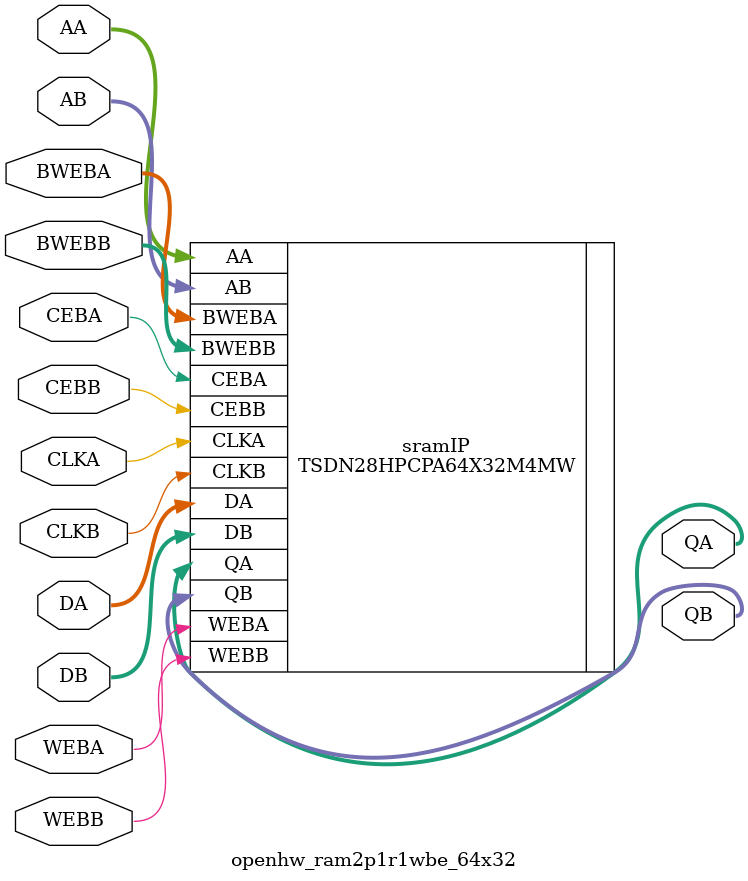
<source format=sv>

module openhw_ram2p1r1wbe_64x32 ( 
  input  logic          CLKA, 
  input  logic          CLKB, 
  input  logic          CEBA, 
  input  logic          CEBB, 
  input  logic          WEBA,
  input  logic          WEBB,
  input  logic [5:0]    AA, 
  input  logic [5:0]    AB, 
  input  logic [31:0]   DA,
  input  logic [31:0]   DB,
  input  logic [31:0]   BWEBA, 
  input  logic [31:0]   BWEBB, 
  output logic [31:0]   QA,
  output logic [31:0]   QB
);

   // replace "generic64x32RAM" with "TSDN..64X32.." module from your memory vendor
   //generic64x32RAM sramIP (.CLKA, .CLKB, .CEBA, .CEBB, .WEBA, .WEBB, 
   //       .AA, .AB, .DA, .DB, .BWEBA, .BWEBB, .QA, .QB);
  TSDN28HPCPA64X32M4MW sramIP(.CLKA, .CLKB, .CEBA, .CEBB, .WEBA, .WEBB, 
    .AA, .AB, .DA, .DB, .BWEBA, .BWEBB, .QA, .QB);
endmodule

</source>
